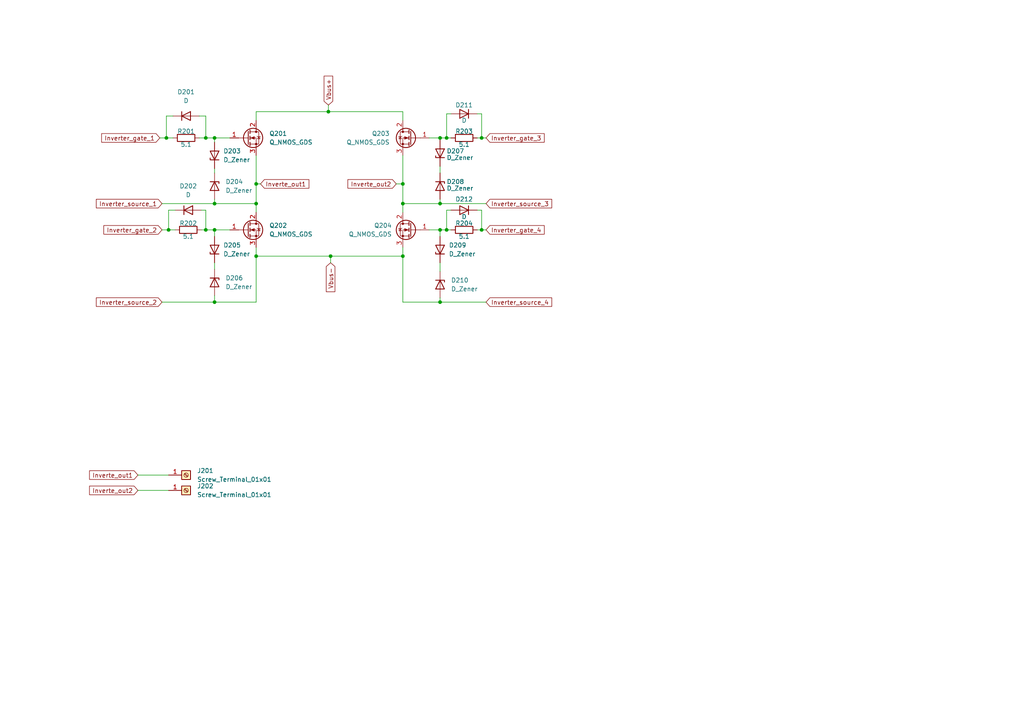
<source format=kicad_sch>
(kicad_sch (version 20211123) (generator eeschema)
  (paper "A4")
  (lib_symbols
    (symbol "Connector:Screw_Terminal_01x01" (pin_names (offset 1.016) hide)
      (property "Reference" "J" (at 0 2.54 0))
      (property "Value" "Screw_Terminal_01x01" (at 0 -2.54 0))
      (symbol "Screw_Terminal_01x01_1_1"
        (rectangle (start -1.27 1.27) (end 1.27 -1.27) (stroke (width 0.254)) (fill (type background)))
        (polyline (pts (xy -0.5334 0.3302) (xy 0.3302 -0.508)) (stroke (width 0.1524)))
        (polyline (pts (xy -0.3556 0.508) (xy 0.508 -0.3302)) (stroke (width 0.1524)))
        (circle (center 0 0) (radius 0.635) (stroke (width 0.1524)))
        (pin passive line (at -5.08 0 0) (length 3.81) (name "Pin_1") (number "1"))
      )
    )
    (symbol "Device:D" (pin_numbers hide) (pin_names (offset 1.016) hide)
      (property "Reference" "D" (at 0 2.54 0))
      (property "Value" "D" (at 0 -2.54 0))
      (symbol "D_0_1"
        (polyline (pts (xy -1.27 1.27) (xy -1.27 -1.27)) (stroke (width 0.254)))
        (polyline (pts (xy 1.27 0) (xy -1.27 0)))
        (polyline (pts (xy 1.27 1.27) (xy 1.27 -1.27) (xy -1.27 0) (xy 1.27 1.27)) (stroke (width 0.254)))
      )
      (symbol "D_1_1"
        (pin passive line (at -3.81 0 0) (length 2.54) (name "K") (number "1"))
        (pin passive line (at 3.81 0 180) (length 2.54) (name "A") (number "2"))
      )
    )
    (symbol "Device:D_Zener" (pin_numbers hide) (pin_names (offset 1.016) hide)
      (property "Reference" "D" (at 0 2.54 0))
      (property "Value" "D_Zener" (at 0 -2.54 0))
      (symbol "D_Zener_0_1"
        (polyline (pts (xy 1.27 0) (xy -1.27 0)))
        (polyline (pts (xy -1.27 -1.27) (xy -1.27 1.27) (xy -0.762 1.27)) (stroke (width 0.254)))
        (polyline (pts (xy 1.27 -1.27) (xy 1.27 1.27) (xy -1.27 0) (xy 1.27 -1.27)) (stroke (width 0.254)))
      )
      (symbol "D_Zener_1_1"
        (pin passive line (at -3.81 0 0) (length 2.54) (name "K") (number "1"))
        (pin passive line (at 3.81 0 180) (length 2.54) (name "A") (number "2"))
      )
    )
    (symbol "Device:Q_NMOS_GDS" (pin_names (offset 0) hide)
      (property "Reference" "Q" (at 5.08 1.27 0))
      (property "Value" "Q_NMOS_GDS" (at 5.08 -1.27 0))
      (symbol "Q_NMOS_GDS_0_1"
        (polyline (pts (xy 0.254 0) (xy -2.54 0)))
        (polyline (pts (xy 0.254 1.905) (xy 0.254 -1.905)) (stroke (width 0.254)))
        (polyline (pts (xy 0.762 -1.27) (xy 0.762 -2.286)) (stroke (width 0.254)))
        (polyline (pts (xy 0.762 0.508) (xy 0.762 -0.508)) (stroke (width 0.254)))
        (polyline (pts (xy 0.762 2.286) (xy 0.762 1.27)) (stroke (width 0.254)))
        (polyline (pts (xy 2.54 2.54) (xy 2.54 1.778)))
        (polyline (pts (xy 2.54 -2.54) (xy 2.54 0) (xy 0.762 0)))
        (polyline (pts (xy 0.762 -1.778) (xy 3.302 -1.778) (xy 3.302 1.778) (xy 0.762 1.778)))
        (polyline (pts (xy 1.016 0) (xy 2.032 0.381) (xy 2.032 -0.381) (xy 1.016 0)) (fill (type outline)))
        (polyline (pts (xy 2.794 0.508) (xy 2.921 0.381) (xy 3.683 0.381) (xy 3.81 0.254)))
        (polyline (pts (xy 3.302 0.381) (xy 2.921 -0.254) (xy 3.683 -0.254) (xy 3.302 0.381)))
        (circle (center 1.651 0) (radius 2.794) (stroke (width 0.254)))
        (circle (center 2.54 -1.778) (radius 0.254) (fill (type outline)))
        (circle (center 2.54 1.778) (radius 0.254) (fill (type outline)))
      )
      (symbol "Q_NMOS_GDS_1_1"
        (pin input line (at -5.08 0 0) (length 2.54) (name "G") (number "1"))
        (pin passive line (at 2.54 5.08 270) (length 2.54) (name "D") (number "2"))
        (pin passive line (at 2.54 -5.08 90) (length 2.54) (name "S") (number "3"))
      )
    )
    (symbol "Device:R" (pin_numbers hide) (pin_names (offset 0))
      (property "Reference" "R" (at 2.032 0 90))
      (property "Value" "R" (at 0 0 90))
      (symbol "R_0_1"
        (rectangle (start -1.016 -2.54) (end 1.016 2.54) (stroke (width 0.254)))
      )
      (symbol "R_1_1"
        (pin passive line (at 0 3.81 270) (length 1.27) (name "~") (number "1"))
        (pin passive line (at 0 -3.81 90) (length 1.27) (name "~") (number "2"))
      )
    )
  )
  (junction (at 62.23 40.005))
  (junction (at 62.23 87.63))
  (junction (at 62.23 59.055))
  (junction (at 116.84 59.055))
  (junction (at 48.895 66.675))
  (junction (at 129.54 40.005))
  (junction (at 116.84 74.295))
  (junction (at 59.69 40.005))
  (junction (at 139.7 40.005))
  (junction (at 62.23 66.675))
  (junction (at 74.295 74.295))
  (junction (at 129.54 66.675))
  (junction (at 127.635 40.005))
  (junction (at 48.26 40.005))
  (junction (at 127.635 59.055))
  (junction (at 127.635 66.675))
  (junction (at 95.885 74.295))
  (junction (at 74.295 53.34))
  (junction (at 139.7 66.675))
  (junction (at 127.635 87.63))
  (junction (at 95.25 32.385))
  (junction (at 59.69 66.675))
  (junction (at 116.84 53.34))
  (junction (at 74.295 59.055))
  (wire (pts (xy 50.165 33.655) (xy 48.26 33.655)))
  (wire (pts (xy 116.84 59.055) (xy 116.84 61.595)))
  (wire (pts (xy 127.635 86.36) (xy 127.635 87.63)))
  (wire (pts (xy 62.23 40.005) (xy 62.23 41.275)))
  (wire (pts (xy 48.895 60.96) (xy 48.895 66.675)))
  (wire (pts (xy 127.635 59.055) (xy 116.84 59.055)))
  (wire (pts (xy 127.635 40.005) (xy 127.635 40.64)))
  (wire (pts (xy 74.295 32.385) (xy 74.295 34.925)))
  (wire (pts (xy 127.635 87.63) (xy 116.84 87.63)))
  (wire (pts (xy 95.25 32.385) (xy 74.295 32.385)))
  (wire (pts (xy 138.43 40.005) (xy 139.7 40.005)))
  (wire (pts (xy 46.99 87.63) (xy 62.23 87.63)))
  (wire (pts (xy 62.23 87.63) (xy 74.295 87.63)))
  (wire (pts (xy 116.84 34.925) (xy 116.84 32.385)))
  (wire (pts (xy 95.885 74.295) (xy 95.885 76.2)))
  (wire (pts (xy 62.23 57.785) (xy 62.23 59.055)))
  (wire (pts (xy 139.7 66.675) (xy 138.43 66.675)))
  (wire (pts (xy 74.295 59.055) (xy 74.295 61.595)))
  (wire (pts (xy 74.295 87.63) (xy 74.295 74.295)))
  (wire (pts (xy 129.54 66.675) (xy 130.81 66.675)))
  (wire (pts (xy 59.69 66.675) (xy 62.23 66.675)))
  (wire (pts (xy 127.635 40.005) (xy 129.54 40.005)))
  (wire (pts (xy 74.295 53.34) (xy 74.295 59.055)))
  (wire (pts (xy 129.54 60.96) (xy 129.54 66.675)))
  (wire (pts (xy 59.69 60.96) (xy 59.69 66.675)))
  (wire (pts (xy 58.42 60.96) (xy 59.69 60.96)))
  (wire (pts (xy 129.54 40.005) (xy 130.81 40.005)))
  (wire (pts (xy 139.7 60.96) (xy 139.7 66.675)))
  (wire (pts (xy 124.46 40.005) (xy 127.635 40.005)))
  (wire (pts (xy 116.84 32.385) (xy 95.25 32.385)))
  (wire (pts (xy 59.69 40.005) (xy 62.23 40.005)))
  (wire (pts (xy 130.81 33.02) (xy 129.54 33.02)))
  (wire (pts (xy 57.785 33.655) (xy 59.69 33.655)))
  (wire (pts (xy 62.23 48.895) (xy 62.23 50.165)))
  (wire (pts (xy 138.43 33.02) (xy 139.7 33.02)))
  (wire (pts (xy 62.23 59.055) (xy 74.295 59.055)))
  (wire (pts (xy 127.635 87.63) (xy 140.97 87.63)))
  (wire (pts (xy 59.69 33.655) (xy 59.69 40.005)))
  (wire (pts (xy 58.42 66.675) (xy 59.69 66.675)))
  (wire (pts (xy 48.26 33.655) (xy 48.26 40.005)))
  (wire (pts (xy 74.295 45.085) (xy 74.295 53.34)))
  (wire (pts (xy 127.635 48.26) (xy 127.635 50.165)))
  (wire (pts (xy 127.635 59.055) (xy 140.97 59.055)))
  (wire (pts (xy 74.295 74.295) (xy 74.295 71.755)))
  (wire (pts (xy 40.005 137.795) (xy 48.895 137.795)))
  (wire (pts (xy 127.635 76.2) (xy 127.635 78.74)))
  (wire (pts (xy 57.785 40.005) (xy 59.69 40.005)))
  (wire (pts (xy 139.7 40.005) (xy 140.97 40.005)))
  (wire (pts (xy 50.8 60.96) (xy 48.895 60.96)))
  (wire (pts (xy 114.935 53.34) (xy 116.84 53.34)))
  (wire (pts (xy 116.84 71.755) (xy 116.84 74.295)))
  (wire (pts (xy 95.25 30.48) (xy 95.25 32.385)))
  (wire (pts (xy 95.885 74.295) (xy 74.295 74.295)))
  (wire (pts (xy 127.635 66.675) (xy 129.54 66.675)))
  (wire (pts (xy 116.84 87.63) (xy 116.84 74.295)))
  (wire (pts (xy 116.84 53.34) (xy 116.84 59.055)))
  (wire (pts (xy 138.43 60.96) (xy 139.7 60.96)))
  (wire (pts (xy 139.7 66.675) (xy 140.97 66.675)))
  (wire (pts (xy 116.84 74.295) (xy 95.885 74.295)))
  (wire (pts (xy 74.295 53.34) (xy 75.565 53.34)))
  (wire (pts (xy 127.635 57.785) (xy 127.635 59.055)))
  (wire (pts (xy 46.99 59.055) (xy 62.23 59.055)))
  (wire (pts (xy 62.23 66.675) (xy 62.23 68.58)))
  (wire (pts (xy 40.005 142.24) (xy 48.895 142.24)))
  (wire (pts (xy 46.99 66.675) (xy 48.895 66.675)))
  (wire (pts (xy 48.26 40.005) (xy 50.165 40.005)))
  (wire (pts (xy 139.7 33.02) (xy 139.7 40.005)))
  (wire (pts (xy 129.54 33.02) (xy 129.54 40.005)))
  (wire (pts (xy 48.26 40.005) (xy 46.355 40.005)))
  (wire (pts (xy 116.84 45.085) (xy 116.84 53.34)))
  (wire (pts (xy 124.46 66.675) (xy 127.635 66.675)))
  (wire (pts (xy 62.23 85.725) (xy 62.23 87.63)))
  (wire (pts (xy 62.23 76.2) (xy 62.23 78.105)))
  (wire (pts (xy 62.23 66.675) (xy 66.675 66.675)))
  (wire (pts (xy 48.895 66.675) (xy 50.8 66.675)))
  (wire (pts (xy 130.81 60.96) (xy 129.54 60.96)))
  (wire (pts (xy 62.23 40.005) (xy 66.675 40.005)))
  (wire (pts (xy 127.635 66.675) (xy 127.635 68.58)))
  (global_label "Inverte_out1" (shape input) (at 40.005 137.795 180) (property "Intersheet References" "${INTERSHEET_REFS}" (effects hide)))
  (global_label "Inverter_gate_1" (shape input) (at 46.355 40.005 180) (property "Intersheet References" "${INTERSHEET_REFS}" (effects hide)))
  (global_label "Vbus+" (shape input) (at 95.25 30.48 90) (property "Intersheet References" "${INTERSHEET_REFS}" (effects hide)))
  (global_label "Inverter_source_1" (shape input) (at 46.99 59.055 180) (property "Intersheet References" "${INTERSHEET_REFS}" (effects hide)))
  (global_label "Inverte_out2" (shape input) (at 40.005 142.24 180) (property "Intersheet References" "${INTERSHEET_REFS}" (effects hide)))
  (global_label "Inverter_source_3" (shape input) (at 140.97 59.055 0) (property "Intersheet References" "${INTERSHEET_REFS}" (effects hide)))
  (global_label "Inverter_source_4" (shape input) (at 140.97 87.63 0) (property "Intersheet References" "${INTERSHEET_REFS}" (effects hide)))
  (global_label "Inverte_out1" (shape input) (at 75.565 53.34 0) (property "Intersheet References" "${INTERSHEET_REFS}" (effects hide)))
  (global_label "Vbus-" (shape input) (at 95.885 76.2 270) (property "Intersheet References" "${INTERSHEET_REFS}" (effects hide)))
  (global_label "Inverter_source_2" (shape input) (at 46.99 87.63 180) (property "Intersheet References" "${INTERSHEET_REFS}" (effects hide)))
  (global_label "Inverte_out2" (shape input) (at 114.935 53.34 180) (property "Intersheet References" "${INTERSHEET_REFS}" (effects hide)))
  (global_label "Inverter_gate_4" (shape input) (at 140.97 66.675 0) (property "Intersheet References" "${INTERSHEET_REFS}" (effects hide)))
  (global_label "Inverter_gate_3" (shape input) (at 140.97 40.005 0) (property "Intersheet References" "${INTERSHEET_REFS}" (effects hide)))
  (global_label "Inverter_gate_2" (shape input) (at 46.99 66.675 180) (property "Intersheet References" "${INTERSHEET_REFS}" (effects hide)))
  (symbol (lib_id "Device:R") (at 134.62 66.675 90) (unit 1)
    (property "Reference" "R204" (at 134.62 64.77 90))
    (property "Value" "5.1" (at 134.62 68.58 90))
    (property "Footprint" "Resistor_SMD:R_1206_3216Metric" (effects hide))
  )
  (symbol (lib_id "Connector:Screw_Terminal_01x01") (at 53.975 137.795 0) (unit 1)
    (property "Reference" "J201" (at 57.15 136.5249 0) (effects (justify left)))
    (property "Value" "Screw_Terminal_01x01" (at 57.15 139.0649 0) (effects (justify left)))
    (property "Footprint" "TerminalBlock_MetzConnect:TerminalBlock_MetzConnect_360271_1x01_Horizontal_ScrewM3.0_Boxed" (effects hide))
  )
  (symbol (lib_id "Device:D_Zener") (at 62.23 81.915 270) (unit 1)
    (property "Reference" "D206" (at 65.405 80.6449 90) (effects (justify left)))
    (property "Value" "D_Zener" (at 65.405 83.1849 90) (effects (justify left)))
    (property "Footprint" "Diode_SMD:D_0805_2012Metric" (effects hide))
  )
  (symbol (lib_id "Device:D") (at 53.975 33.655 0) (unit 1)
    (property "Reference" "D201" (at 53.975 26.67 0))
    (property "Value" "D" (at 53.975 29.21 0))
    (property "Footprint" "Diode_SMD:D_0805_2012Metric" (effects hide))
  )
  (symbol (lib_id "Device:Q_NMOS_GDS") (at 71.755 40.005 0) (unit 1)
    (property "Reference" "Q201" (at 78.105 38.7349 0) (effects (justify left)))
    (property "Value" "Q_NMOS_GDS" (at 78.105 41.2749 0) (effects (justify left)))
    (property "Footprint" "Package_TO_SOT_THT:TO-247-3_Horizontal_TabUp" (effects hide))
  )
  (symbol (lib_id "Device:Q_NMOS_GDS") (at 71.755 66.675 0) (unit 1)
    (property "Reference" "Q202" (at 78.105 65.4049 0) (effects (justify left)))
    (property "Value" "Q_NMOS_GDS" (at 78.105 67.9449 0) (effects (justify left)))
    (property "Footprint" "Package_TO_SOT_THT:TO-247-3_Horizontal_TabUp" (effects hide))
  )
  (symbol (lib_id "Device:R") (at 134.62 40.005 90) (unit 1)
    (property "Reference" "R203" (at 134.62 38.1 90))
    (property "Value" "5.1" (at 134.62 41.91 90))
    (property "Footprint" "Resistor_SMD:R_1206_3216Metric" (effects hide))
  )
  (symbol (lib_id "Device:R") (at 53.975 40.005 90) (unit 1)
    (property "Reference" "R201" (at 53.975 38.1 90))
    (property "Value" "5.1" (at 53.975 41.91 90))
    (property "Footprint" "Resistor_SMD:R_1206_3216Metric" (effects hide))
  )
  (symbol (lib_id "Device:D_Zener") (at 127.635 44.45 90) (unit 1)
    (property "Reference" "D207" (at 129.54 43.815 90) (effects (justify right)))
    (property "Value" "D_Zener" (at 129.54 45.72 90) (effects (justify right)))
    (property "Footprint" "Diode_SMD:D_0805_2012Metric" (effects hide))
  )
  (symbol (lib_id "Device:Q_NMOS_GDS") (at 119.38 66.675 0) (mirror y) (unit 1)
    (property "Reference" "Q204" (at 113.665 65.4049 0) (effects (justify left)))
    (property "Value" "Q_NMOS_GDS" (at 113.665 67.9449 0) (effects (justify left)))
    (property "Footprint" "Package_TO_SOT_THT:TO-247-3_Horizontal_TabUp" (effects hide))
  )
  (symbol (lib_id "Device:R") (at 54.61 66.675 90) (unit 1)
    (property "Reference" "R202" (at 54.61 64.77 90))
    (property "Value" "5.1" (at 54.61 68.58 90))
    (property "Footprint" "Resistor_SMD:R_1206_3216Metric" (effects hide))
  )
  (symbol (lib_id "Device:D_Zener") (at 62.23 45.085 90) (unit 1)
    (property "Reference" "D203" (at 64.77 43.8149 90) (effects (justify right)))
    (property "Value" "D_Zener" (at 64.77 46.3549 90) (effects (justify right)))
    (property "Footprint" "Diode_SMD:D_0805_2012Metric" (effects hide))
  )
  (symbol (lib_id "Device:D_Zener") (at 62.23 53.975 270) (unit 1)
    (property "Reference" "D204" (at 65.405 52.7049 90) (effects (justify left)))
    (property "Value" "D_Zener" (at 65.405 55.2449 90) (effects (justify left)))
    (property "Footprint" "Diode_SMD:D_0805_2012Metric" (effects hide))
  )
  (symbol (lib_id "Device:D_Zener") (at 62.23 72.39 90) (unit 1)
    (property "Reference" "D205" (at 64.77 71.1199 90) (effects (justify right)))
    (property "Value" "D_Zener" (at 64.77 73.6599 90) (effects (justify right)))
    (property "Footprint" "Diode_SMD:D_0805_2012Metric" (effects hide))
  )
  (symbol (lib_id "Device:D_Zener") (at 127.635 82.55 270) (unit 1)
    (property "Reference" "D210" (at 130.81 81.2799 90) (effects (justify left)))
    (property "Value" "D_Zener" (at 130.81 83.8199 90) (effects (justify left)))
    (property "Footprint" "Diode_SMD:D_0805_2012Metric" (effects hide))
  )
  (symbol (lib_id "Device:D_Zener") (at 127.635 72.39 90) (unit 1)
    (property "Reference" "D209" (at 130.175 71.1199 90) (effects (justify right)))
    (property "Value" "D_Zener" (at 130.175 73.6599 90) (effects (justify right)))
    (property "Footprint" "Diode_SMD:D_0805_2012Metric" (effects hide))
  )
  (symbol (lib_id "Connector:Screw_Terminal_01x01") (at 53.975 142.24 0) (unit 1)
    (property "Reference" "J202" (at 57.15 140.9699 0) (effects (justify left)))
    (property "Value" "Screw_Terminal_01x01" (at 57.15 143.5099 0) (effects (justify left)))
    (property "Footprint" "TerminalBlock_MetzConnect:TerminalBlock_MetzConnect_360271_1x01_Horizontal_ScrewM3.0_Boxed" (effects hide))
  )
  (symbol (lib_id "Device:D") (at 134.62 60.96 180) (unit 1)
    (property "Reference" "D212" (at 134.62 57.785 0))
    (property "Value" "D" (at 134.62 62.865 0))
    (property "Footprint" "Diode_SMD:D_0805_2012Metric" (effects hide))
  )
  (symbol (lib_id "Device:D_Zener") (at 127.635 53.975 270) (unit 1)
    (property "Reference" "D208" (at 129.54 52.7049 90) (effects (justify left)))
    (property "Value" "D_Zener" (at 129.54 54.61 90) (effects (justify left)))
    (property "Footprint" "Diode_SMD:D_0805_2012Metric" (effects hide))
  )
  (symbol (lib_id "Device:Q_NMOS_GDS") (at 119.38 40.005 0) (mirror y) (unit 1)
    (property "Reference" "Q203" (at 113.03 38.7349 0) (effects (justify left)))
    (property "Value" "Q_NMOS_GDS" (at 113.03 41.2749 0) (effects (justify left)))
    (property "Footprint" "Package_TO_SOT_THT:TO-247-3_Horizontal_TabUp" (effects hide))
  )
  (symbol (lib_id "Device:D") (at 134.62 33.02 180) (unit 1)
    (property "Reference" "D211" (at 134.62 30.48 0))
    (property "Value" "D" (at 134.62 34.925 0))
    (property "Footprint" "Diode_SMD:D_0805_2012Metric" (effects hide))
  )
  (symbol (lib_id "Device:D") (at 54.61 60.96 0) (unit 1)
    (property "Reference" "D202" (at 54.61 53.975 0))
    (property "Value" "D" (at 54.61 56.515 0))
    (property "Footprint" "Diode_SMD:D_0805_2012Metric" (effects hide))
  )
)
</source>
